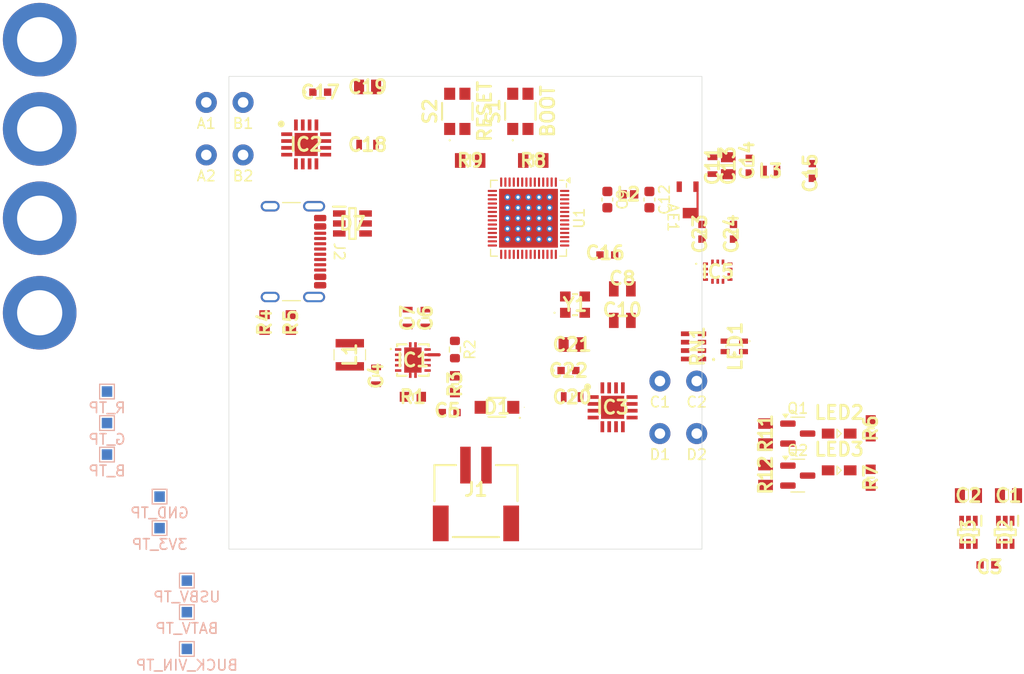
<source format=kicad_pcb>
(kicad_pcb (version 20241229) (generator "pcbnew") (generator_version "9.0")
  (layers (0 "F.Cu" signal) (4 "In1.Cu" power) (6 "In2.Cu" power) (2 "B.Cu" signal) (13 "F.Paste" user) (15 "B.Paste" user) (5 "F.SilkS" user "F.Silkscreen") (7 "B.SilkS" user "B.Silkscreen") (1 "F.Mask" user) (3 "B.Mask" user) (25 "Edge.Cuts" user))
  (net 0 "")
  (net 1 "/POWER/USBC_VBUS")
  (net 2 "/LEDS/USBC_ST")
  (net 3 "+BATT")
  (net 4 "Net-(IC1-EN)")
  (net 5 "Net-(U1-XTAL_N)")
  (net 6 "/ESP32/RGB.G")
  (net 7 "Net-(U1-LNA_IN{slash}RF)")
  (net 8 "/ESP32/RGB.B")
  (net 9 "/ESP32/RGB.R")
  (net 10 "Net-(U1-VDD3P3_CPU)")
  (net 13 "GND")
  (net 14 "/ESP32/D-")
  (net 15 "+3V3")
  (net 16 "/USBC/CC1")
  (net 17 "/LEDS/BAT_ST")
  (net 18 "/ESP32/D+")
  (net 19 "/USBC/CC2")
  (net 20 "/USBC/USB+")
  (net 21 "/USBC/USB-")
  (net 22 "Net-(IC1-FB)")
  (net 23 "Net-(IC1-L2)")
  (net 24 "Net-(IC1-L1)")
  (net 25 "VDD3P3")
  (net 26 "/ESP32/MD.BIN1")
  (net 27 "/ESP32/MD.BIN2")
  (net 28 "Net-(IC2-VCP)")
  (net 29 "/ESP32/MD.AIN1")
  (net 30 "/ESP32/MD.AIN2")
  (net 31 "Net-(IC2-VINT)")
  (net 32 "/ESP32/MD.DIN1")
  (net 33 "Net-(IC3-VCP)")
  (net 34 "/ESP32/MD.DIN2")
  (net 35 "Net-(IC3-VINT)")
  (net 36 "/ESP32/MD.CIN2")
  (net 37 "/ESP32/MD.CIN1")
  (net 38 "/ESP32/SPI.MOSI")
  (net 39 "/ESP32/SPI.SCK")
  (net 40 "/ESP32/INT1")
  (net 42 "/POWER/BUCK_VIN")
  (net 44 "/ESP32/SPI.MISO")
  (net 45 "/ESP32/IMU_CS")
  (net 48 "/ESP32/INT2")
  (net 51 "Net-(LED1-C_RED)")
  (net 52 "Net-(LED1-C_GREEN)")
  (net 53 "Net-(LED1-C_BLUE)")
  (net 54 "Net-(LED2-K)")
  (net 55 "Net-(LED2-A)")
  (net 56 "Net-(LED3-K)")
  (net 57 "Net-(LED3-A)")
  (net 58 "Net-(U1-XTAL_P)")
  (net 71 "GNDPWR")
  (net 85 "/MOTORS/NFAULT1")
  (net 87 "/MOTORS/NFAULT2")
  (net 90 "/ESP32/NFAULT1")
  (net 92 "/ESP32/NFAULT2")
  (net 95 "/ESP32/BOOT")
  (net 96 "/ESP32/RESET")
  (net 97 "/MOTORS/A2")
  (net 98 "/MOTORS/B1")
  (net 99 "/MOTORS/B2")
  (net 100 "/MOTORS/A1")
  (net 101 "/MOTORS/D2")
  (net 102 "/MOTORS/C2")
  (net 103 "/MOTORS/C1")
  (net 104 "/MOTORS/D1")
  (net 105 "Net-(AE1-FEED)")
  (footprint "SamacSys_Parts:CAPC1608X80N" (layer "F.Cu") (at 183.5 56 90)
    (property "Reference" "C11" (at 0 0 90) (layer "F.SilkS") (effects (font (size 1.27 1.27) (thickness 0.254))))
    (property "Value" "10u" (hide yes))
    (pad "1" smd rect (at -0.8 0 90) (size 0.54 0.94) (layers "F.Cu" "F.Mask" "F.Paste") (net 15 "+3V3"))
    (pad "2" smd rect (at 0.8 0 90) (size 0.54 0.94) (layers "F.Cu" "F.Mask" "F.Paste") (net 13 "GND"))
  )
  (footprint "SamacSys_Parts:FH4000074Z" (layer "F.Cu") (at 170.425 69.225)
    (property "Reference" "Y1" (at 0 0 0) (layer "F.SilkS") (effects (font (size 1.27 1.27) (thickness 0.254))))
    (property "Value" "FH4000074Z" (hide yes))
    (pad "1" smd rect (at -0.925 0.775 90) (size 0.95 1) (layers "F.Cu" "F.Mask" "F.Paste") (net 58 "Net-(U1-XTAL_P)"))
    (pad "2" smd rect (at 0.925 0.775 90) (size 0.95 1) (layers "F.Cu" "F.Mask" "F.Paste") (net 13 "GND"))
    (pad "3" smd rect (at 0.925 -0.775 90) (size 0.95 1) (layers "F.Cu" "F.Mask" "F.Paste") (net 5 "Net-(U1-XTAL_N)"))
    (pad "4" smd rect (at -0.925 -0.775 90) (size 0.95 1) (layers "F.Cu" "F.Mask" "F.Paste") (net 13 "GND"))
  )
  (footprint "SamacSys_Parts:CAPC2012X90N" (layer "F.Cu") (at 150.69 48.5)
    (property "Reference" "C19" (at 0 0 0) (layer "F.SilkS") (effects (font (size 1.27 1.27) (thickness 0.254))))
    (property "Value" "10n" (hide yes))
    (pad "1" smd rect (at -0.81 0) (size 0.96 1.39) (layers "F.Cu" "F.Mask" "F.Paste") (net 3 "+BATT"))
    (pad "2" smd rect (at 0.81 0) (size 0.96 1.39) (layers "F.Cu" "F.Mask" "F.Paste") (net 28 "Net-(IC2-VCP)"))
  )
  (footprint "SamacSys_Parts:CAPC2012X90N" (layer "F.Cu") (at 170.15 73.025)
    (property "Reference" "C21" (at 0 0 0) (layer "F.SilkS") (effects (font (size 1.27 1.27) (thickness 0.254))))
    (property "Value" "10n" (hide yes))
    (pad "1" smd rect (at -0.81 0) (size 0.96 1.39) (layers "F.Cu" "F.Mask" "F.Paste") (net 3 "+BATT"))
    (pad "2" smd rect (at 0.81 0) (size 0.96 1.39) (layers "F.Cu" "F.Mask" "F.Paste") (net 33 "Net-(IC3-VCP)"))
  )
  (footprint "SamacSys_Parts:MBASx168" (layer "F.Cu") (at 169.8 75.5)
    (property "Reference" "C22" (at 0 0 0) (layer "F.SilkS") (effects (font (size 1.27 1.27) (thickness 0.254))))
    (property "Value" "2u2" (hide yes))
    (pad "1" smd rect (at -0.7 0) (size 0.7 0.7) (layers "F.Cu" "F.Mask" "F.Paste") (net 13 "GND"))
    (pad "2" smd rect (at 0.7 0) (size 0.7 0.7) (layers "F.Cu" "F.Mask" "F.Paste") (net 35 "Net-(IC3-VINT)"))
  )
  (footprint "SamacSys_Parts:RESC2012X60N" (layer "F.Cu") (at 160.45 55.5 180)
    (property "Reference" "R9" (at 0 0 0) (layer "F.SilkS") (effects (font (size 1.27 1.27) (thickness 0.254))))
    (property "Value" "10k" (hide yes))
    (pad "1" smd rect (at -0.95 0 180) (size 1 1.4) (layers "F.Cu" "F.Mask" "F.Paste") (net 96 "/ESP32/RESET"))
    (pad "2" smd rect (at 0.95 0 180) (size 1 1.4) (layers "F.Cu" "F.Mask" "F.Paste") (net 13 "GND"))
  )
  (footprint "SamacSys_Parts:MountingHole_4.3mm_M4_ISO14580_Pad" (layer "F.Cu") (at 119.5 70)
    (property "Reference" "H5" (hide yes))
    (property "Value" "MountingHole_Pad" (hide yes))
    (pad "1" thru_hole circle (at 0 0) (size 7 7) (drill 4.3) (layers "*.Cu" "*.Mask") (net 13 "GND"))
  )
  (footprint "SamacSys_Parts:SOT95P280X145-6N" (layer "F.Cu") (at 149.25 61.5)
    (property "Reference" "D7" (at 0 0 0) (layer "F.SilkS") (effects (font (size 1.27 1.27) (thickness 0.254))))
    (property "Value" "USBLC6-4SC6Y" (hide yes))
    (pad "1" smd rect (at -1.25 -0.95 90) (size 0.6 1.2) (layers "F.Cu" "F.Mask" "F.Paste") (net 20 "/USBC/USB+"))
    (pad "2" smd rect (at -1.25 0 90) (size 0.6 1.2) (layers "F.Cu" "F.Mask" "F.Paste") (net 13 "GND"))
    (pad "3" smd rect (at -1.25 0.95 90) (size 0.6 1.2) (layers "F.Cu" "F.Mask" "F.Paste") (net 21 "/USBC/USB-"))
    (pad "4" smd rect (at 1.25 0.95 90) (size 0.6 1.2) (layers "F.Cu" "F.Mask" "F.Paste") (net 18 "/ESP32/D+"))
    (pad "5" smd rect (at 1.25 0 90) (size 0.6 1.2) (layers "F.Cu" "F.Mask" "F.Paste") (net 1 "/POWER/USBC_VBUS"))
    (pad "6" smd rect (at 1.25 -0.95 90) (size 0.6 1.2) (layers "F.Cu" "F.Mask" "F.Paste") (net 14 "/ESP32/D-"))
  )
  (footprint "Package_TO_SOT_SMD:SOT-23" (layer "F.Cu") (at 191.6125 81.5)
    (property "Reference" "Q1" (at 0 -2.4 0) (layer "F.SilkS"))
    (property "Value" "IRLML6402TRPBF")
    (pad "1" smd roundrect (at -0.9375 -0.95) (size 1.475 0.6) (layers "F.Cu" "F.Mask" "F.Paste") (net 17 "/LEDS/BAT_ST"))
    (pad "2" smd roundrect (at -0.9375 0.95) (size 1.475 0.6) (layers "F.Cu" "F.Mask" "F.Paste") (net 15 "+3V3"))
    (pad "3" smd roundrect (at 0.9375 0) (size 1.475 0.6) (layers "F.Cu" "F.Mask" "F.Paste") (net 55 "Net-(LED2-A)"))
  )
  (footprint "SamacSys_Parts:RESC1608X55N" (layer "F.Cu") (at 155 78)
    (property "Reference" "R1" (at 0 0 0) (layer "F.SilkS") (effects (font (size 1.27 1.27) (thickness 0.254))))
    (property "Value" "100" (hide yes))
    (pad "1" smd rect (at -0.8 0) (size 0.9 0.95) (layers "F.Cu" "F.Mask" "F.Paste") (net 42 "/POWER/BUCK_VIN"))
    (pad "2" smd rect (at 0.8 0) (size 0.9 0.95) (layers "F.Cu" "F.Mask" "F.Paste") (net 4 "Net-(IC1-EN)"))
  )
  (footprint "SamacSys_Parts:WE-KI_0603A30" (layer "F.Cu") (at 189 56.5)
    (property "Reference" "L3" (at 0 0 0) (layer "F.SilkS") (effects (font (size 1.27 1.27) (thickness 0.254))))
    (property "Value" "2nH" (hide yes))
    (pad "1" smd rect (at -0.6375 0) (size 0.625 1) (layers "F.Cu" "F.Mask" "F.Paste") (net 15 "+3V3"))
    (pad "2" smd rect (at 0.6375 0) (size 0.625 1) (layers "F.Cu" "F.Mask" "F.Paste") (net 25 "VDD3P3"))
  )
  (footprint "SamacSys_Parts:QFN65P400X400X80-17N-D" (layer "F.Cu") (at 144.85 53.975)
    (property "Reference" "IC2" (at 0 0 0) (layer "F.SilkS") (effects (font (size 1.27 1.27) (thickness 0.254))))
    (property "Value" "DRV8833RTYR" (hide yes))
    (pad "1" smd rect (at -1.85 -0.975 90) (size 0.35 1.05) (layers "F.Cu" "F.Mask" "F.Paste") (net 13 "GND"))
    (pad "2" smd rect (at -1.85 -0.325 90) (size 0.35 1.05) (layers "F.Cu" "F.Mask" "F.Paste") (net 97 "/MOTORS/A2"))
    (pad "3" smd rect (at -1.85 0.325 90) (size 0.35 1.05) (layers "F.Cu" "F.Mask" "F.Paste") (net 99 "/MOTORS/B2"))
    (pad "4" smd rect (at -1.85 0.975 90) (size 0.35 1.05) (layers "F.Cu" "F.Mask" "F.Paste") (net 13 "GND"))
    (pad "5" smd rect (at -0.975 1.85) (size 0.35 1.05) (layers "F.Cu" "F.Mask" "F.Paste") (net 98 "/MOTORS/B1"))
    (pad "6" smd rect (at -0.325 1.85) (size 0.35 1.05) (layers "F.Cu" "F.Mask" "F.Paste") (net 85 "/MOTORS/NFAULT1"))
    (pad "7" smd rect (at 0.325 1.85) (size 0.35 1.05) (layers "F.Cu" "F.Mask" "F.Paste") (net 26 "/ESP32/MD.BIN1"))
    (pad "8" smd rect (at 0.975 1.85) (size 0.35 1.05) (layers "F.Cu" "F.Mask" "F.Paste") (net 27 "/ESP32/MD.BIN2"))
    (pad "9" smd rect (at 1.85 0.975 90) (size 0.35 1.05) (layers "F.Cu" "F.Mask" "F.Paste") (net 28 "Net-(IC2-VCP)"))
    (pad "10" smd rect (at 1.85 0.325 90) (size 0.35 1.05) (layers "F.Cu" "F.Mask" "F.Paste") (net 3 "+BATT"))
    (pad "11" smd rect (at 1.85 -0.325 90) (size 0.35 1.05) (layers "F.Cu" "F.Mask" "F.Paste") (net 13 "GND"))
    (pad "12" smd rect (at 1.85 -0.975 90) (size 0.35 1.05) (layers "F.Cu" "F.Mask" "F.Paste") (net 31 "Net-(IC2-VINT)"))
    (pad "13" smd rect (at 0.975 -1.85) (size 0.35 1.05) (layers "F.Cu" "F.Mask" "F.Paste") (net 30 "/ESP32/MD.AIN2"))
    (pad "14" smd rect (at 0.325 -1.85) (size 0.35 1.05) (layers "F.Cu" "F.Mask" "F.Paste") (net 29 "/ESP32/MD.AIN1"))
    (pad "15" smd rect (at -0.325 -1.85) (size 0.35 1.05) (layers "F.Cu" "F.Mask" "F.Paste"))
    (pad "16" smd rect (at -0.975 -1.85) (size 0.35 1.05) (layers "F.Cu" "F.Mask" "F.Paste") (net 100 "/MOTORS/A1"))
    (pad "17" smd rect (at 0 0) (size 2.2 2.2) (layers "F.Cu" "F.Mask" "F.Paste") (net 13 "GND"))
  )
  (footprint "Capacitor_SMD:C_0603_1608Metric" (layer "F.Cu") (at 173.5 59.225 -90)
    (property "Reference" "C9" (at 0 -1.43 90) (layer "F.SilkS"))
    (property "Value" "1p8")
    (pad "1" smd roundrect (at -0.775 0 270) (size 0.9 0.95) (layers "F.Cu" "F.Mask" "F.Paste") (net 105 "Net-(AE1-FEED)"))
    (pad "2" smd roundrect (at 0.775 0 270) (size 0.9 0.95) (layers "F.Cu" "F.Mask" "F.Paste") (net 13 "GND"))
  )
  (footprint "SamacSys_Parts:1769" (layer "F.Cu") (at 161 84.5)
    (property "Reference" "J1" (at 0 2.321 0) (layer "F.SilkS") (effects (font (size 1.27 1.27) (thickness 0.254))))
    (property "Value" "1769" (hide yes))
    (pad "1" smd rect (at -1 0) (size 1 3.5) (layers "F.Cu" "F.Mask" "F.Paste") (net 3 "+BATT"))
    (pad "2" smd rect (at 1 0) (size 1 3.5) (layers "F.Cu" "F.Mask" "F.Paste") (net 13 "GND"))
    (pad "3" smd rect (at -3.35 5.55) (size 1.5 3.4) (layers "F.Cu" "F.Mask" "F.Paste") (net 13 "GND"))
    (pad "4" smd rect (at 3.35 5.55) (size 1.5 3.4) (layers "F.Cu" "F.Mask" "F.Paste") (net 13 "GND"))
  )
  (footprint "SamacSys_Parts:TL1030AF500AQJ" (layer "F.Cu") (at 159.225 50.825 90)
    (property "Reference" "S2" (at 0 -2.6 90) (layer "F.SilkS") (effects (font (size 1.27 1.27) (thickness 0.254))))
    (property "Value" "RESET" (at 0 2.6 90) (layer "F.SilkS") (effects (font (size 1.27 1.27) (thickness 0.254))))
    (pad "1" smd rect (at -1.675 -0.725 180) (size 1.05 1.15) (layers "F.Cu" "F.Mask" "F.Paste") (net 96 "/ESP32/RESET"))
    (pad "1" smd rect (at -1.675 0.725 180) (size 1.05 1.15) (layers "F.Cu" "F.Mask" "F.Paste") (net 96 "/ESP32/RESET"))
    (pad "2" smd rect (at 1.675 -0.725 180) (size 1.05 1.15) (layers "F.Cu" "F.Mask" "F.Paste") (net 15 "+3V3"))
    (pad "2" smd rect (at 1.675 0.725 180) (size 1.05 1.15) (layers "F.Cu" "F.Mask" "F.Paste") (net 15 "+3V3"))
  )
  (footprint "SamacSys_Parts:Motor solder point" (layer "F.Cu") (at 138.85 49.975)
    (property "Reference" "TP11")
    (property "Value" "B1" (at 0 2 0) (layer "F.SilkS"))
    (pad "1" thru_hole circle (at 0 0) (size 2 2) (drill 1) (layers "*.Cu" "*.Mask") (net 98 "/MOTORS/B1"))
  )
  (footprint "SamacSys_Parts:CAPC2012X135N" (layer "F.Cu") (at 211.66 87.4 180)
    (property "Reference" "C1" (at 0 0 0) (layer "F.SilkS") (effects (font (size 1.27 1.27) (thickness 0.254))))
    (property "Value" "1u" (hide yes))
    (pad "1" smd rect (at -0.81 0 180) (size 0.96 1.39) (layers "F.Cu" "F.Mask" "F.Paste") (net 1 "/POWER/USBC_VBUS"))
    (pad "2" smd rect (at 0.81 0 180) (size 0.96 1.39) (layers "F.Cu" "F.Mask" "F.Paste") (net 13 "GND"))
  )
  (footprint "SamacSys_Parts:MAJx16" (layer "F.Cu") (at 193 56.5 90)
    (property "Reference" "C15" (at -0.2 -0.2 90) (layer "F.SilkS") (effects (font (size 1.27 1.27) (thickness 0.254))))
    (property "Value" "u1" (hide yes))
    (pad "1" smd rect (at -0.7 0 90) (size 0.7 0.7) (layers "F.Cu" "F.Mask" "F.Paste") (net 25 "VDD3P3"))
    (pad "2" smd rect (at 0.7 0 90) (size 0.7 0.7) (layers "F.Cu" "F.Mask" "F.Paste") (net 13 "GND"))
  )
  (footprint "SamacSys_Parts:CAPC2012X135N" (layer "F.Cu") (at 207.85 87.4 180)
    (property "Reference" "C2" (at 0 0 0) (layer "F.SilkS") (effects (font (size 1.27 1.27) (thickness 0.254))))
    (property "Value" "1u" (hide yes))
    (pad "1" smd rect (at -0.81 0 180) (size 0.96 1.39) (layers "F.Cu" "F.Mask" "F.Paste") (net 3 "+BATT"))
    (pad "2" smd rect (at 0.81 0 180) (size 0.96 1.39) (layers "F.Cu" "F.Mask" "F.Paste") (net 13 "GND"))
  )
  (footprint "SamacSys_Parts:Motor solder point" (layer "F.Cu") (at 138.85 54.975)
    (property "Reference" "TP12")
    (property "Value" "B2" (at 0 2 0) (layer "F.SilkS"))
    (pad "1" thru_hole circle (at 0 0) (size 2 2) (drill 1) (layers "*.Cu" "*.Mask") (net 99 "/MOTORS/B2"))
  )
  (footprint "SamacSys_Parts:CAPC2013X94N" (layer "F.Cu") (at 174.925 67.725)
    (property "Reference" "C8" (at 0 -1 0) (layer "F.SilkS") (effects (font (size 1.27 1.27) (thickness 0.254))))
    (property "Value" "10p" (hide yes))
    (pad "1" smd rect (at -0.8128 0) (size 0.9144 1.4478) (layers "F.Cu" "F.Mask" "F.Paste") (net 5 "Net-(U1-XTAL_N)"))
    (pad "2" smd rect (at 0.8128 0) (size 0.9144 1.4478) (layers "F.Cu" "F.Mask" "F.Paste") (net 13 "GND"))
  )
  (footprint "SamacSys_Parts:SOP65P210X110-6N" (layer "F.Cu") (at 211.35 90.9 -90)
    (property "Reference" "D2" (at 0 0 90) (layer "F.SilkS") (effects (font (size 1.27 1.27) (thickness 0.254))))
    (property "Value" "LM66100DCKR" (hide yes))
    (pad "1" smd rect (at -1.1 -0.65) (size 0.45 0.95) (layers "F.Cu" "F.Mask" "F.Paste") (net 1 "/POWER/USBC_VBUS"))
    (pad "2" smd rect (at -1.1 0) (size 0.45 0.95) (layers "F.Cu" "F.Mask" "F.Paste") (net 13 "GND"))
    (pad "3" smd rect (at -1.1 0.65) (size 0.45 0.95) (layers "F.Cu" "F.Mask" "F.Paste") (net 3 "+BATT"))
    (pad "4" smd rect (at 1.1 0.65) (size 0.45 0.95) (layers "F.Cu" "F.Mask" "F.Paste"))
    (pad "5" smd rect (at 1.1 0) (size 0.45 0.95) (layers "F.Cu" "F.Mask" "F.Paste") (net 2 "/LEDS/USBC_ST"))
    (pad "6" smd rect (at 1.1 -0.65) (size 0.45 0.95) (layers "F.Cu" "F.Mask" "F.Paste") (net 42 "/POWER/BUCK_VIN"))
  )
  (footprint "SamacSys_Parts:RESC2012X60N" (layer "F.Cu") (at 166.45 55.5)
    (property "Reference" "R8" (at 0 0 0) (layer "F.SilkS") (effects (font (size 1.27 1.27) (thickness 0.254))))
    (property "Value" "10k" (hide yes))
    (pad "1" smd rect (at -0.95 0) (size 1 1.4) (layers "F.Cu" "F.Mask" "F.Paste") (net 95 "/ESP32/BOOT"))
    (pad "2" smd rect (at 0.95 0) (size 1 1.4) (layers "F.Cu" "F.Mask" "F.Paste") (net 13 "GND"))
  )
  (footprint "SamacSys_Parts:MAJx16" (layer "F.Cu") (at 187 56 90)
    (property "Reference" "C14" (at 0.5 -0.2 90) (layer "F.SilkS") (effects (font (size 1.27 1.27) (thickness 0.254))))
    (property "Value" "u1" (hide yes))
    (pad "1" smd rect (at -0.7 0 90) (size 0.7 0.7) (layers "F.Cu" "F.Mask" "F.Paste") (net 15 "+3V3"))
    (pad "2" smd rect (at 0.7 0 90) (size 0.7 0.7) (layers "F.Cu" "F.Mask" "F.Paste") (net 13 "GND"))
  )
  (footprint "SamacSys_Parts:RESC1608X50N" (layer "F.Cu") (at 140.895 70.93 90)
    (property "Reference" "R4" (at 0 0 90) (layer "F.SilkS") (effects (font (size 1.27 1.27) (thickness 0.254))))
    (property "Value" "5k1" (hide yes))
    (pad "1" smd rect (at -0.75 0 90) (size 0.85 1) (layers "F.Cu" "F.Mask" "F.Paste") (net 16 "/USBC/CC1"))
    (pad "2" smd rect (at 0.75 0 90) (size 0.85 1) (layers "F.Cu" "F.Mask" "F.Paste") (net 13 "GND"))
  )
  (footprint "SamacSys_Parts:CAPC1608X80N" (layer "F.Cu") (at 156.2 70.5 -90)
    (property "Reference" "C6" (at 0 0 90) (layer "F.SilkS") (effects (font (size 1.27 1.27) (thickness 0.254))))
    (property "Value" "10u" (hide yes))
    (pad "1" smd rect (at -0.8 0 270) (size 0.54 0.94) (layers "F.Cu" "F.Mask" "F.Paste") (net 15 "+3V3"))
    (pad "2" smd rect (at 0.8 0 270) (size 0.54 0.94) (layers "F.Cu" "F.Mask" "F.Paste") (net 71 "GNDPWR"))
  )
  (footprint "SamacSys_Parts:MAJx16" (layer "F.Cu") (at 173.5 64.5)
    (property "Reference" "C16" (at -0.2 -0.2 0) (layer "F.SilkS") (effects (font (size 1.27 1.27) (thickness 0.254))))
    (property "Value" "u1" (hide yes))
    (pad "1" smd rect (at -0.7 0) (size 0.7 0.7) (layers "F.Cu" "F.Mask" "F.Paste") (net 15 "+3V3"))
    (pad "2" smd rect (at 0.7 0) (size 0.7 0.7) (layers "F.Cu" "F.Mask" "F.Paste") (net 10 "Net-(U1-VDD3P3_CPU)"))
  )
  (footprint "SamacSys_Parts:TL1030AF500AQJ" (layer "F.Cu") (at 165.225 50.825 90)
    (property "Reference" "S1" (at 0 -2.6 90) (layer "F.SilkS") (effects (font (size 1.27 1.27) (thickness 0.254))))
    (property "Value" "BOOT" (at 0 2.6 90) (layer "F.SilkS") (effects (font (size 1.27 1.27) (thickness 0.254))))
    (pad "1" smd rect (at -1.675 -0.725 180) (size 1.05 1.15) (layers "F.Cu" "F.Mask" "F.Paste") (net 95 "/ESP32/BOOT"))
    (pad "1" smd rect (at -1.675 0.725 180) (size 1.05 1.15) (layers "F.Cu" "F.Mask" "F.Paste") (net 95 "/ESP32/BOOT"))
    (pad "2" smd rect (at 1.675 -0.725 180) (size 1.05 1.15) (layers "F.Cu" "F.Mask" "F.Paste") (net 15 "+3V3"))
    (pad "2" smd rect (at 1.675 0.725 180) (size 1.05 1.15) (layers "F.Cu" "F.Mask" "F.Paste") (net 15 "+3V3"))
  )
  (footprint "SamacSys_Parts:Motor solder point" (layer "F.Cu") (at 178.5 76.5)
    (property "Reference" "TP13")
    (property "Value" "C1" (at 0 2 0) (layer "F.SilkS"))
    (pad "1" thru_hole circle (at 0 0) (size 2 2) (drill 1) (layers "*.Cu" "*.Mask") (net 103 "/MOTORS/C1"))
  )
  (footprint "SamacSys_Parts:RESC1608X55N" (layer "F.Cu") (at 198.55 85.7 -90)
    (property "Reference" "R7" (at 0 0 90) (layer "F.SilkS") (effects (font (size 1.27 1.27) (thickness 0.254))))
    (property "Value" "100" (hide yes))
    (pad "1" smd rect (at -0.8 0 270) (size 0.9 0.95) (layers "F.Cu" "F.Mask" "F.Paste") (net 56 "Net-(LED3-K)"))
    (pad "2" smd rect (at 0.8 0 270) (size 0.9 0.95) (layers "F.Cu" "F.Mask" "F.Paste") (net 13 "GND"))
  )
  (footprint "SamacSys_Parts:SOP65P210X110-6N" (layer "F.Cu") (at 207.85 90.9 -90)
    (property "Reference" "D3" (at 0 0 90) (layer "F.SilkS") (effects (font (size 1.27 1.27) (thickness 0.254))))
    (property "Value" "LM66100DCKR" (hide yes))
    (pad "1" smd rect (at -1.1 -0.65) (size 0.45 0.95) (layers "F.Cu" "F.Mask" "F.Paste") (net 3 "+BATT"))
    (pad "2" smd rect (at -1.1 0) (size 0.45 0.95) (layers "F.Cu" "F.Mask" "F.Paste") (net 13 "GND"))
    (pad "3" smd rect (at -1.1 0.65) (size 0.45 0.95) (layers "F.Cu" "F.Mask" "F.Paste") (net 1 "/POWER/USBC_VBUS"))
    (pad "4" smd rect (at 1.1 0.65) (size 0.45 0.95) (layers "F.Cu" "F.Mask" "F.Paste"))
    (pad "5" smd rect (at 1.1 0) (size 0.45 0.95) (layers "F.Cu" "F.Mask" "F.Paste") (net 17 "/LEDS/BAT_ST"))
    (pad "6" smd rect (at 1.1 -0.65) (size 0.45 0.95) (layers "F.Cu" "F.Mask" "F.Paste") (net 42 "/POWER/BUCK_VIN"))
  )
  (footprint "SamacSys_Parts:CAPC1608X80N" (layer "F.Cu") (at 154.5 70.5 -90)
    (property "Reference" "C7" (at 0 0 90) (layer "F.SilkS") (effects (font (size 1.27 1.27) (thickness 0.254))))
    (property "Value" "10u" (hide yes))
    (pad "1" smd rect (at -0.8 0 270) (size 0.54 0.94) (layers "F.Cu" "F.Mask" "F.Paste") (net 15 "+3V3"))
    (pad "2" smd rect (at 0.8 0 270) (size 0.54 0.94) (layers "F.Cu" "F.Mask" "F.Paste") (net 71 "GNDPWR"))
  )
  (footprint "SamacSys_Parts:AANI-CH-0133" (layer "F.Cu") (at 180.5 60 -90)
    (property "Reference" "AE1" (at 0.94 0.75 270) (layer "F.SilkS"))
    (property "Value" "Antenna_Chip")
    (fp_rect (start 0.01 -1.67) (end 1.01 -0.17) (fill yes) (layer "F.Cu"))
    (fp_rect (start -1.5 -1.68) (end 1.01 -1.48) (fill yes) (layer "F.Cu"))
    (pad "1" smd rect (at -2 0.16 270) (size 1 0.5) (layers "F.Cu" "F.Mask" "F.Paste") (net 105 "Net-(AE1-FEED)"))
    (pad "2" smd rect (at -2 -1.43 270) (size 1 0.5) (layers "F.Cu" "F.Mask" "F.Paste"))
  )
  (footprint "SamacSys_Parts:Motor solder point" (layer "F.Cu") (at 182 81.5)
    (property "Reference" "TP16")
    (property "Value" "D2" (at 0 2 0) (layer "F.SilkS"))
    (pad "1" thru_hole circle (at 0 0) (size 2 2) (drill 1) (layers "*.Cu" "*.Mask") (net 101 "/MOTORS/D2"))
  )
  (footprint "SamacSys_Parts:SM0605RGB" (layer "F.Cu") (at 185.575 73.2 90)
    (property "Reference" "LED1" (at 0 0.1 90) (layer "F.SilkS") (effects (font (size 1.27 1.27) (thickness 0.254))))
    (property "Value" "SM0605RGB" (hide yes))
    (pad "1" smd rect (at 0.5 0.875 90) (size 0.5 0.85) (layers "F.Cu" "F.Mask" "F.Paste") (net 15 "+3V3"))
    (pad "2" smd rect (at 0.5 -0.875 90) (size 0.5 0.85) (layers "F.Cu" "F.Mask" "F.Paste") (net 53 "Net-(LED1-C_BLUE)"))
    (pad "3" smd rect (at -0.5 0.875 90) (size 0.5 0.85) (layers "F.Cu" "F.Mask" "F.Paste") (net 51 "Net-(LED1-C_RED)"))
    (pad "4" smd rect (at -0.5 -0.875 90) (size 0.5 0.85) (layers "F.Cu" "F.Mask" "F.Paste") (net 52 "Net-(LED1-C_GREEN)"))
  )
  (footprint "SamacSys_Parts:CAPC1608X80N" (layer "F.Cu") (at 150.69 54)
    (property "Reference" "C18" (at 0 0 0) (layer "F.SilkS") (effects (font (size 1.27 1.27) (thickness 0.254))))
    (property "Value" "10u" (hide yes))
    (pad "1" smd rect (at -0.8 0) (size 0.54 0.94) (layers "F.Cu" "F.Mask" "F.Paste") (net 3 "+BATT"))
    (pad "2" smd rect (at 0.8 0) (size 0.54 0.94) (layers "F.Cu" "F.Mask" "F.Paste") (net 13 "GND"))
  )
  (footprint "SamacSys_Parts:MAJx16" (layer "F.Cu") (at 185.5 62.287 90)
    (property "Reference" "C24" (at -0.2 -0.2 90) (layer "F.SilkS") (effects (font (size 1.27 1.27) (thickness 0.254))))
    (property "Value" "u1" (hide yes))
    (pad "1" smd rect (at -0.7 0 90) (size 0.7 0.7) (layers "F.Cu" "F.Mask" "F.Paste") (net 15 "+3V3"))
    (pad "2" smd rect (at 0.7 0 90) (size 0.7 0.7) (layers "F.Cu" "F.Mask" "F.Paste") (net 13 "GND"))
  )
  (footprint "Capacitor_SMD:C_0603_1608Metric" (layer "F.Cu") (at 177.5 59.225 -90)
    (property "Reference" "C12" (at 0 -1.43 90) (layer "F.SilkS"))
    (property "Value" "1p8")
    (pad "1" smd roundrect (at -0.775 0 270) (size 0.9 0.95) (layers "F.Cu" "F.Mask" "F.Paste") (net 7 "Net-(U1-LNA_IN{slash}RF)"))
    (pad "2" smd roundrect (at 0.775 0 270) (size 0.9 0.95) (layers "F.Cu" "F.Mask" "F.Paste") (net 13 "GND"))
  )
  (footprint "SamacSys_Parts:CAPC1608X80N" (layer "F.Cu") (at 151.5 76 -90)
    (property "Reference" "C4" (at 0 0 90) (layer "F.SilkS") (effects (font (size 1.27 1.27) (thickness 0.254))))
    (property "Value" "10u" (hide yes))
    (pad "1" smd rect (at -0.8 0 270) (size 0.54 0.94) (layers "F.Cu" "F.Mask" "F.Paste") (net 42 "/POWER/BUCK_VIN"))
    (pad "2" smd rect (at 0.8 0 270) (size 0.54 0.94) (layers "F.Cu" "F.Mask" "F.Paste") (net 71 "GNDPWR"))
  )
  (footprint "SamacSys_Parts:CAPC2013X94N" (layer "F.Cu") (at 174.925 70.725)
    (property "Reference" "C10" (at 0 -1 0) (layer "F.SilkS") (effects (font (size 1.27 1.27) (thickness 0.254))))
    (property "Value" "10p" (hide yes))
    (pad "1" smd rect (at -0.8128 0) (size 0.9144 1.4478) (layers "F.Cu" "F.Mask" "F.Paste") (net 58 "Net-(U1-XTAL_P)"))
    (pad "2" smd rect (at 0.8128 0) (size 0.9144 1.4478) (layers "F.Cu" "F.Mask" "F.Paste") (net 13 "GND"))
  )
  (footprint "SamacSys_Parts:LEDM2214X140N" (layer "F.Cu") (at 195.55 85 180)
    (property "Reference" "LED3" (at 0 2 0) (layer "F.SilkS") (effects (font (size 1.27 1.27) (thickness 0.254))))
    (property "Value" "LO_M676-Q2S1-24-Z" (hide yes))
    (pad "1" smd rect (at -1.05 0 270) (size 0.95 1.2) (layers "F.Cu" "F.Mask" "F.Paste") (net 56 "Net-(LED3-K)"))
    (pad "2" smd rect (at 1.05 0 270) (size 0.95 1.2) (layers "F.Cu" "F.Mask" "F.Paste") (net 57 "Net-(LED3-A)"))
  )
  (footprint "Package_DFN_QFN:QFN-56-1EP_7x7mm_P0.4mm_EP5.6x5.6mm" (layer "F.Cu") (at 166 61 -90)
    (property "Reference" "U1" (at 0 -4.83 90) (layer "F.SilkS"))
    (property "Value" "ESP32-S3")
    (pad "1" smd roundrect (at -3.4375 -2.6 270) (size 0.875 0.2) (layers "F.Cu" "F.Mask" "F.Paste") (net 7 "Net-(U1-LNA_IN{slash}RF)"))
    (pad "2" smd roundrect (at -3.4375 -2.2 270) (size 0.875 0.2) (layers "F.Cu" "F.Mask" "F.Paste") (net 25 "VDD3P3"))
    (pad "3" smd roundrect (at -3.4375 -1.8 270) (size 0.875 0.2) (layers "F.Cu" "F.Mask" "F.Paste") (net 25 "VDD3P3"))
    (pad "4" smd roundrect (at -3.4375 -1.4 270) (size 0.875 0.2) (layers "F.Cu" "F.Mask" "F.Paste") (net 96 "/ESP32/RESET"))
    (pad "5" smd roundrect (at -3.4375 -1 270) (size 0.875 0.2) (layers "F.Cu" "F.Mask" "F.Paste") (net 95 "/ESP32/BOOT"))
    (pad "6" smd roundrect (at -3.4375 -0.6 270) (size 0.875 0.2) (layers "F.Cu" "F.Mask" "F.Paste"))
    (pad "7" smd roundrect (at -3.4375 -0.2 270) (size 0.875 0.2) (layers "F.Cu" "F.Mask" "F.Paste") (net 29 "/ESP32/MD.AIN1"))
    (pad "8" smd roundrect (at -3.4375 0.2 270) (size 0.875 0.2) (layers "F.Cu" "F.Mask" "F.Paste"))
    (pad "9" smd roundrect (at -3.4375 0.6 270) (size 0.875 0.2) (layers "F.Cu" "F.Mask" "F.Paste") (net 30 "/ESP32/MD.AIN2"))
    (pad "10" smd roundrect (at -3.4375 1 270) (size 0.875 0.2) (layers "F.Cu" "F.Mask" "F.Paste") (net 26 "/ESP32/MD.BIN1"))
    (pad "11" smd roundrect (at -3.4375 1.4 270) (size 0.875 0.2) (layers "F.Cu" "F.Mask" "F.Paste") (net 27 "/ESP32/MD.BIN2"))
    (pad "12" smd roundrect (at -3.4375 1.8 270) (size 0.875 0.2) (layers "F.Cu" "F.Mask" "F.Paste") (net 37 "/ESP32/MD.CIN1"))
    (pad "13" smd roundrect (at -3.4375 2.2 270) (size 0.875 0.2) (layers "F.Cu" "F.Mask" "F.Paste") (net 36 "/ESP32/MD.CIN2"))
    (pad "14" smd roundrect (at -3.4375 2.6 270) (size 0.875 0.2) (layers "F.Cu" "F.Mask" "F.Paste") (net 32 "/ESP32/MD.DIN1"))
    (pad "15" smd roundrect (at -2.6 3.4375 270) (size 0.2 0.875) (layers "F.Cu" "F.Mask" "F.Paste") (net 34 "/ESP32/MD.DIN2"))
    (pad "16" smd roundrect (at -2.2 3.4375 270) (size 0.2 0.875) (layers "F.Cu" "F.Mask" "F.Paste") (net 45 "/ESP32/IMU_CS"))
    (pad "17" smd roundrect (at -1.8 3.4375 270) (size 0.2 0.875) (layers "F.Cu" "F.Mask" "F.Paste") (net 44 "/ESP32/SPI.MISO"))
    (pad "18" smd roundrect (at -1.4 3.4375 270) (size 0.2 0.875) (layers "F.Cu" "F.Mask" "F.Paste") (net 38 "/ESP32/SPI.MOSI"))
    (pad "19" smd roundrect (at -1 3.4375 270) (size 0.2 0.875) (layers "F.Cu" "F.Mask" "F.Paste") (net 39 "/ESP32/SPI.SCK"))
    (pad "20" smd roundrect (at -0.6 3.4375 270) (size 0.2 0.875) (layers "F.Cu" "F.Mask" "F.Paste") (net 15 "+3V3"))
    (pad "21" smd roundrect (at -0.2 3.4375 270) (size 0.2 0.875) (layers "F.Cu" "F.Mask" "F.Paste"))
    (pad "22" smd roundrect (at 0.2 3.4375 270) (size 0.2 0.875) (layers "F.Cu" "F.Mask" "F.Paste"))
    (pad "23" smd roundrect (at 0.6 3.4375 270) (size 0.2 0.875) (layers "F.Cu" "F.Mask" "F.Paste") (net 40 "/ESP32/INT1"))
    (pad "24" smd roundrect (at 1 3.4375 270) (size 0.2 0.875) (layers "F.Cu" "F.Mask" "F.Paste") (net 48 "/ESP32/INT2"))
    (pad "25" smd roundrect (at 1.4 3.4375 270) (size 0.2 0.875) (layers "F.Cu" "F.Mask" "F.Paste") (net 14 "/ESP32/D-"))
    (pad "26" smd roundrect (at 1.8 3.4375 270) (size 0.2 0.875) (layers "F.Cu" "F.Mask" "F.Paste") (net 18 "/ESP32/D+"))
    (pad "27" smd roundrect (at 2.2 3.4375 270) (size 0.2 0.875) (layers "F.Cu" "F.Mask" "F.Paste") (net 90 "/ESP32/NFAULT1"))
    (pad "28" smd roundrect (at 2.6 3.4375 270) (size 0.2 0.875) (layers "F.Cu" "F.Mask" "F.Paste"))
    (pad "29" smd roundrect (at 3.4375 2.6 270) (size 0.875 0.2) (layers "F.Cu" "F.Mask" "F.Paste"))
    (pad "30" smd roundrect (at 3.4375 2.2 270) (size 0.875 0.2) (layers "F.Cu" "F.Mask" "F.Paste"))
    (pad "31" smd roundrect (at 3.4375 1.8 270) (size 0.875 0.2) (layers "F.Cu" "F.Mask" "F.Paste"))
    (pad "32" smd roundrect (at 3.4375 1.4 270) (size 0.875 0.2) (layers "F.Cu" "F.Mask" "F.Paste"))
    (pad "33" smd roundrect (at 3.4375 1 270) (size 0.875 0.2) (layers "F.Cu" "F.Mask" "F.Paste"))
    (pad "34" smd roundrect (at 3.4375 0.6 270) (size 0.875 0.2) (layers "F.Cu" "F.Mask" "F.Paste"))
    (pad "35" smd roundrect (at 3.4375 0.2 270) (size 0.875 0.2) (layers "F.Cu" "F.Mask" "F.Paste"))
    (pad "36" smd roundrect (at 3.4375 -0.2 270) (size 0.875 0.2) (layers "F.Cu" "F.Mask" "F.Paste"))
    (pad "37" smd roundrect (at 3.4375 -0.6 270) (size 0.875 0.2) (layers "F.Cu" "F.Mask" "F.Paste"))
    (pad "38" smd roundrect (at 3.4375 -1 270) (size 0.875 0.2) (layers "F.Cu" "F.Mask" "F.Paste"))
    (pad "39" smd roundrect (at 3.4375 -1.4 270) (size 0.875 0.2) (layers "F.Cu" "F.Mask" "F.Paste"))
    (pad "40" smd roundrect (at 3.4375 -1.8 270) (size 0.875 0.2) (layers "F.Cu" "F.Mask" "F.Paste"))
    (pad "41" smd roundrect (at 3.4375 -2.2 270) (size 0.875 0.2) (layers "F.Cu" "F.Mask" "F.Paste"))
    (pad "42" smd roundrect (at 3.4375 -2.6 270) (size 0.875 0.2) (layers "F.Cu" "F.Mask" "F.Paste"))
    (pad "43" smd roundrect (at 2.6 -3.4375 270) (size 0.2 0.875) (layers "F.Cu" "F.Mask" "F.Paste") (net 92 "/ESP32/NFAULT2"))
    (pad "44" smd roundrect (at 2.2 -3.4375 270) (size 0.2 0.875) (layers "F.Cu" "F.Mask" "F.Paste"))
    (pad "45" smd roundrect (at 1.8 -3.4375 270) (size 0.2 0.875) (layers "F.Cu" "F.Mask" "F.Paste"))
    (pad "46" smd roundrect (at 1.4 -3.4375 270) (size 0.2 0.875) (layers "F.Cu" "F.Mask" "F.Paste") (net 10 "Net-(U1-VDD3P3_CPU)"))
    (pad "47" smd roundrect (at 1 -3.4375 270) (size 0.2 0.875) (layers "F.Cu" "F.Mask" "F.Paste"))
    (pad "48" smd roundrect (at 0.6 -3.4375 270) (size 0.2 0.875) (layers "F.Cu" "F.Mask" "F.Paste"))
    (pad "49" smd roundrect (at 0.2 -3.4375 270) (size 0.2 0.875) (layers "F.Cu" "F.Mask" "F.Paste"))
    (pad "50" smd roundrect (at -0.2 -3.4375 270) (size 0.2 0.875) (layers "F.Cu" "F.Mask" "F.Paste"))
    (pad "51" smd roundrect (at -0.6 -3.4375 270) (size 0.2 0.875) (layers "F.Cu" "F.Mask" "F.Paste"))
    (pad "52" smd roundrect (at -1 -3.4375 270) (size 0.2 0.875) (layers "F.Cu" "F.Mask" "F.Paste"))
    (pad "53" smd roundrect (at -1.4 -3.4375 270) (size 0.2 0.875) (layers "F.Cu" "F.Mask" "F.Paste") (net 5 "Net-(U1-XTAL_N)"))
    (pad "54" smd roundrect (at -1.8 -3.4375 270) (size 0.2 0.875) (layers "F.Cu" "F.Mask" "F.Paste") (net 58 "Net-(U1-XTAL_P)"))
    (pad "55" smd roundrect (at -2.2 -3.4375 270) (size 0.2 0.875) (layers "F.Cu" "F.Mask" "F.Paste") (net 15 "+3V3"))
    (pad "56" smd roundrect (at -2.6 -3.4375 270) (size 0.2 0.875) (layers "F.Cu" "F.Mask" "F.Paste") (net 15 "+3V3"))
    (pad "57" smd rect (at 0 0 270) (size 5.6 5.6) (property pad_prop_heatsink) (layers "F.Cu" "F.Mask") (net 13 "GND"))
  )
  (footprint "SamacSys_Parts:Motor solder point" (layer "F.Cu") (at 135.35 49.975)
    (property "Reference" "TP9")
    (property "Value" "A1" (at 0 2 0) (layer "F.SilkS"))
    (pad "1" thru_hole circle (at 0 0) (size 2 2) (drill 1) (layers "*.Cu" "*.Mask") (net 100 "/MOTORS/A1"))
  )
  (footprint "SamacSys_Parts:RESC2012X60N" (layer "F.Cu") (at 188.55 85.45 -90)
    (property "Reference" "R12" (at 0 0 90) (layer "F.SilkS") (effects (font (size 1.27 1.27) (thickness 0.254))))
    (property "Value" "10k" (hide yes))
    (pad "1" smd rect (at -0.95 0 270) (size 1 1.4) (layers "F.Cu" "F.Mask" "F.Paste") (net 2 "/LEDS/USBC_ST"))
    (pad "2" smd rect (at 0.95 0 270) (size 1 1.4) (layers "F.Cu" "F.Mask" "F.Paste") (net 15 "+3V3"))
  )
  (footprint "SamacSys_Parts:EXBU38" (layer "F.Cu") (at 181.7 73.2 90)
    (property "Reference" "RN1" (at 0 0.375 90) (layer "F.SilkS") (effects (font (size 1.27 1.27) (thickness 0.254))))
    (property "Value" "100 Ohms" (hide yes))
    (pad "1" smd rect (at -1.2 0.8 90) (size 0.45 0.8) (layers "F.Cu" "F.Mask" "F.Paste") (net 51 "Net-(LED1-C_RED)"))
    (pad "2" smd rect (at -0.4 0.8 90) (size 0.45 0.8) (layers "F.Cu" "F.Mask" "F.Paste") (net 52 "Net-(LED1-C_GREEN)"))
    (pad "3" smd rect (at 0.4 0.8 90) (size 0.45 0.8) (layers "F.Cu" "F.Mask" "F.Paste") (net 53 "Net-(LED1-C_BLUE)"))
    (pad "4" smd rect (at 1.2 0.8 90) (size 0.45 0.8) (layers "F.Cu" "F.Mask" "F.Paste"))
    (pad "5" smd rect (at 1.2 -0.8 90) (size 0.45 0.8) (layers "F.Cu" "F.Mask" "F.Paste"))
    (pad "6" smd rect (at 0.4 -0.8 90) (size 0.45 0.8) (layers "F.Cu" "F.Mask" "F.Paste") (net 8 "/ESP32/RGB.B"))
    (pad "7" smd rect (at -0.4 -0.8 90) (size 0.45 0.8) (layers "F.Cu" "F.Mask" "F.Paste") (net 6 "/ESP32/RGB.G"))
    (pad "8" smd rect (at -1.2 -0.8 90) (size 0.45 0.8) (layers "F.Cu" "F.Mask" "F.Paste") (net 9 "/ESP32/RGB.R"))
  )
  (footprint "SamacSys_Parts:RESC1608X50N" (layer "F.Cu") (at 143.395 70.93 90)
    (property "Reference" "R5" (at 0 0 90) (layer "F.SilkS") (effects (font (size 1.27 1.27) (thickness 0.254))))
    (property "Value" "5k1" (hide yes))
    (pad "1" smd rect (at -0.75 0 90) (size 0.85 1) (layers "F.Cu" "F.Mask" "F.Paste") (net 19 "/USBC/CC2"))
    (pad "2" smd rect (at 0.75 0 90) (size 0.85 1) (layers "F.Cu" "F.Mask" "F.Paste") (net 13 "GND"))
  )
  (footprint "SamacSys_Parts:CAPC1608X80N" (layer "F.Cu") (at 170.15 78.025)
    (property "Reference" "C20" (at 0 0 0) (layer "F.SilkS") (effects (font (size 1.27 1.27) (thickness 0.254))))
    (property "Value" "10u" (hide yes))
    (pad "1" smd rect (at -0.8 0) (size 0.54 0.94) (layers "F.Cu" "F.Mask" "F.Paste") (net 3 "+BATT"))
    (pad "2" smd rect (at 0.8 0) (size 0.54 0.94) (layers "F.Cu" "F.Mask" "F.Paste") (net 13 "GND"))
  )
  (footprint "SamacSys_Parts:MAJx16" (layer "F.Cu") (at 209.66 94 180)
    (property "Reference" "C3" (at -0.2 -0.2 0) (layer "F.SilkS") (effects (font (size 1.27 1.27) (thickness 0.254))))
    (property "Value" "u1" (hide yes))
    (pad "1" smd rect (at -0.7 0 180) (size 0.7 0.7) (layers "F.Cu" "F.Mask" "F.Paste") (net 42 "/POWER/BUCK_VIN"))
    (pad "2" smd rect (at 0.7 0 180) (size 0.7 0.7) (layers "F.Cu" "F.Mask" "F.Paste") (net 13 "GND"))
  )
  (footprint "Package_TO_SOT_SMD:SOT-23" (layer "F.Cu") (at 191.6125 85.5)
    (property "Reference" "Q2" (at 0 -2.4 0) (layer "F.SilkS"))
    (property "Value" "IRLML6402TRPBF")
    (pad "1" smd roundrect (at -0.9375 -0.95) (size 1.475 0.6) (layers "F.Cu" "F.Mask" "F.Paste") (net 2 "/LEDS/USBC_ST"))
    (pad "2" smd roundrect (at -0.9375 0.95) (size 1.475 0.6) (layers "F.Cu" "F.Mask" "F.Paste") (net 15 "+3V3"))
    (pad "3" smd roundrect (at 0.9375 0) (size 1.475 0.6) (layers "F.Cu" "F.Mask" "F.Paste") (net 57 "Net-(LED3-A)"))
  )
  (footprint "SamacSys_Parts:USB_C_Receptacle_GCT_USB4105-xx-A_16P_TopMnt_Horizontal" (layer "F.Cu") (at 142.5 64.18 -90)
    (property "Reference" "J2" (at 0 -5.5 270) (layer "F.SilkS"))
    (property "Value" "~")
    (pad "" np_thru_hole circle (at -2.89 -2.605 270) (size 0.65 0.65) (drill 0.65) (layers "F&B.Cu" "*.Mask"))
    (pad "" np_thru_hole circle (at 2.89 -2.605 270) (size 0.65 0.65) (drill 0.65) (layers "F&B.Cu" "*.Mask"))
    (pad "A1" smd roundrect (at -3.2 -3.68 270) (size 0.6 1.15) (layers "F.Cu" "F.Mask" "F.Paste") (net 13 "GND"))
    (pad "A4" smd roundrect (at -2.4 -3.68 270) (size 0.6 1.15) (layers "F.Cu" "F.Mask" "F.Paste") (net 1 "/POWER/USBC_VBUS"))
    (pad "A5" smd roundrect (at -1.25 -3.68 270) (size 0.3 1.15) (layers "F.Cu" "F.Mask" "F.Paste") (net 16 "/USBC/CC1"))
    (pad "A6" smd roundrect (at -0.25 -3.68 270) (size 0.3 1.15) (layers "F.Cu" "F.Mask" "F.Paste") (net 20 "/USBC/USB+"))
    (pad "A7" smd roundrect (at 0.25 -3.68 270) (size 0.3 1.15) (layers "F.Cu" "F.Mask" "F.Paste") (net 21 "/USBC/USB-"))
    (pad "A8" smd roundrect (at 1.25 -3.68 270) (size 0.3 1.15) (layers "F.Cu" "F.Mask" "F.Paste"))
    (pad "A9" smd roundrect (at 2.4 -3.68 270) (size 0.6 1.15) (layers "F.Cu" "F.Mask" "F.Paste") (net 1 "/POWER/USBC_VBUS"))
    (pad "A12" smd roundrect (at 3.2 -3.68 270) (size 0.6 1.15) (layers "F.Cu" "F.Mask" "F.Paste") (net 13 "GND"))
    (pad "B1" smd roundrect (at 3.2 -3.68 270) (size 0.6 1.15) (layers "F.Cu" "F.Mask" "F.Paste") (net 13 "GND"))
    (pad "B4" smd roundrect (at 2.4 -3.68 270) (size 0.6 1.15) (layers "F.Cu" "F.Mask" "F.Paste") (net 1 "/POWER/USBC_VBUS"))
    (pad "B5" smd roundrect (at 1.75 -3.68 270) (size 0.3 1.15) (layers "F.Cu" "F.Mask" "F.Paste") (net 19 "/USBC/CC2"))
    (pad "B6" smd roundrect (at 0.75 -3.68 270) (size 0.3 1.15) (layers "F.Cu" "F.Mask" "F.Paste") (net 20 "/USBC/USB+"))
    (pad "B7" smd roundrect (at -0.75 -3.68 270) (size 0.3 1.15) (layers "F.Cu" "F.Mask" "F.Paste") (net 21 "/USBC/USB-"))
    (pad "B8" smd roundrect (at -1.75 -3.68 270) (size 0.3 1.15) (layers "F.Cu" "F.Mask" "F.Paste"))
    (pad "B9" smd roundrect (at -2.4 -3.68 270) (size 0.6 1.15) (layers "F.Cu" "F.Mask" "F.Paste") (net 1 "/POWER/USBC_VBUS"))
    (pad "B12" smd roundrect (at -3.2 -3.68 270) (size 0.6 1.15) (layers "F.Cu" "F.Mask" "F.Paste") (net 13 "GND"))
    (pad "S1" thru_hole oval (at -4.32 -3.105 270) (size 1 2.1) (drill oval 0.6 1.7) (property pad_prop_heatsink) (layers "*.Cu" "*.Mask" "F.Paste") (net 13 "GND"))
    (pad "S1" thru_hole oval (at -4.32 1.075 270) (size 1 1.8) (drill oval 0.6 1.4) (property pad_prop_heatsink) (layers "*.Cu" "*.Mask" "F.Paste") (net 13 "GND"))
    (pad "S1" thru_hole oval (at 4.32 -3.105 270) (size 1 2.1) (drill oval 0.6 1.7) (property pad_prop_heatsink) (layers "*.Cu" "*.Mask" "F.Paste") (net 13 "GND"))
    (pad "S1" thru_hole oval (at 4.32 1.075 270) (size 1 1.8) (drill oval 0.6 1.4) (property pad_prop_heatsink) (layers "*.Cu" "*.Mask" "F.Paste") (net 13 "GND"))
  )
  (footprint "SamacSys_Parts:Motor solder point" (layer "F.Cu") (at 178.5 81.5)
    (property "Reference" "TP14")
    (property "Value" "D1" (at 0 2 0) (layer "F.SilkS"))
    (pad "1" thru_hole circle (at 0 0) (size 2 2) (drill 1) (layers "*.Cu" "*.Mask") (net 104 "/MOTORS/D1"))
  )
  (footprint "SamacSys_Parts:RESC1608X55N" (layer "F.Cu") (at 159 76.8 -90)
    (property "Reference" "R3" (at 0 0 90) (layer "F.SilkS") (effects (font (size 1.27 1.27) (thickness 0.254))))
    (property "Value" "200k" (hide yes))
    (pad "1" smd rect (at -0.8 0 270) (size 0.9 0.95) (layers "F.Cu" "F.Mask" "F.Paste") (net 22 "Net-(IC1-FB)"))
    (pad "2" smd rect (at 0.8 0 270) (size 0.9 0.95) (layers "F.Cu" "F.Mask" "F.Paste") (net 13 "GND"))
  )
  (footprint "SamacSys_Parts:Motor solder point" (layer "F.Cu") (at 135.35 54.975)
    (property "Reference" "TP10")
    (property "Value" "A2" (at 0 2 0) (layer "F.SilkS"))
    (pad "1" thru_hole circle (at 0 0) (size 2 2) (drill 1) (layers "*.Cu" "*.Mask") (net 97 "/MOTORS/A2"))
  )
  (footprint "SamacSys_Parts:RESC2012X60N" (layer "F.Cu") (at 188.55 81.5 -90)
    (property "Reference" "R11" (at 0 0 90) (layer "F.SilkS") (effects (font (size 1.27 1.27) (thickness 0.254))))
    (property "Value" "10k" (hide yes))
    (pad "1" smd rect (at -0.95 0 270) (size 1 1.4) (layers "F.Cu" "F.Mask" "F.Paste") (net 17 "/LEDS/BAT_ST"))
    (pad "2" smd rect (at 0.95 0 270) (size 1 1.4) (layers "F.Cu" "F.Mask" "F.Paste") (net 15 "+3V3"))
  )
  (footprint "SamacSys_Parts:MountingHole_4.3mm_M4_ISO14580_Pad" (layer "F.Cu") (at 119.5 52.5)
    (property "Reference" "H3" (hide yes))
    (property "Value" "MountingHole_Pad" (hide yes))
    (pad "1" thru_hole circle (at 0 0) (size 7 7) (drill 4.3) (layers "*.Cu" "*.Mask") (net 13 "GND"))
  )
  (footprint "SamacSys_Parts:MAJx16" (layer "F.Cu") (at 158.5 79.5)
    (property "Reference" "C5" (at -0.2 -0.2 0) (layer "F.SilkS") (effects (font (size 1.27 1.27) (thickness 0.254))))
    (property "Value" "u1" (hide yes))
    (pad "1" smd rect (at -0.7 0) (size 0.7 0.7) (layers "F.Cu" "F.Mask" "F.Paste") (net 4 "Net-(IC1-EN)"))
    (pad "2" smd rect (at 0.7 0) (size 0.7 0.7) (layers "F.Cu" "F.Mask" "F.Paste") (net 13 "GND"))
  )
  (footprint "SamacSys_Parts:MountingHole_4.3mm_M4_ISO14580_Pad" (layer "F.Cu") (at 119.5 44)
    (property "Reference" "H2" (hide yes))
    (property "Value" "MountingHole_Pad" (hide yes))
    (pad "1" thru_hole circle (at 0 0) (size 7 7) (drill 4.3) (layers "*.Cu" "*.Mask") (net 13 "GND"))
  )
  (footprint "SamacSys_Parts:MAJx16" (layer "F.Cu") (at 182.5 62.287 90)
    (property "Reference" "C23" (at -0.2 -0.2 90) (layer "F.SilkS") (effects (font (size 1.27 1.27) (thickness 0.254))))
    (property "Value" "u1" (hide yes))
    (pad "1" smd rect (at -0.7 0 90) (size 0.7 0.7) (layers "F.Cu" "F.Mask" "F.Paste") (net 15 "+3V3"))
    (pad "2" smd rect (at 0.7 0 90) (size 0.7 0.7) (layers "F.Cu" "F.Mask" "F.Paste") (net 13 "GND"))
  )
  (footprint "SamacSys_Parts:Motor solder point" (layer "F.Cu") (at 182 76.5)
    (property "Reference" "TP15")
    (property "Value" "C2" (at 0 2 0) (layer "F.SilkS"))
    (pad "1" thru_hole circle (at 0 0) (size 2 2) (drill 1) (layers "*.Cu" "*.Mask") (net 102 "/MOTORS/C2"))
  )
  (footprint "SamacSys_Parts:CAPC2012X135N" (layer "F.Cu") (at 185 56 90)
    (property "Reference" "C13" (at 0 0 90) (layer "F.SilkS") (effects (font (size 1.27 1.27) (thickness 0.254))))
    (property "Value" "1u" (hide yes))
    (pad "1" smd rect (at -0.81 0 90) (size 0.96 1.39) (layers "F.Cu" "F.Mask" "F.Paste") (net 15 "+3V3"))
    (pad "2" smd rect (at 0.81 0 90) (size 0.96 1.39) (layers "F.Cu" "F.Mask" "F.Paste") (net 13 "GND"))
  )
  (footprint "SamacSys_Parts:RESC1608X55N" (layer "F.Cu") (at 198.55 81 90)
    (property "Reference" "R6" (at 0 0 90) (layer "F.SilkS") (effects (font (size 1.27 1.27) (thickness 0.254))))
    (property "Value" "100" (hide yes))
    (pad "1" smd rect (at -0.8 0 90) (size 0.9 0.95) (layers "F.Cu" "F.Mask" "F.Paste") (net 54 "Net-(LED2-K)"))
    (pad "2" smd rect (at 0.8 0 90) (size 0.9 0.95) (layers "F.Cu" "F.Mask" "F.Paste") (net 13 "GND"))
  )
  (footprint "Resistor_SMD:R_0603_1608Metric" (layer "F.Cu") (at 159 73.5 -90)
    (property "Reference" "R2" (at 0 -1.43 90) (layer "F.SilkS"))
    (property "Value" "1M")
    (pad "1" smd roundrect (at -0.825 0 270) (size 0.8 0.95) (layers "F.Cu" "F.Mask" "F.Paste") (net 15 "+3V3"))
    (pad "2" smd roundrect (at 0.825 0 270) (size 0.8 0.95) (layers "F.Cu" "F.Mask" "F.Paste") (net 22 "Net-(IC1-FB)"))
  )
  (footprint "SamacSys_Parts:BMI323" (layer "F.Cu") (at 184 66.087)
    (property "Reference" "IC5" (at 0 0 0) (layer "F.SilkS") (effects (font (size 1.27 1.27) (thickness 0.254))))
    (property "Value" "BMI323" (hide yes))
    (pad "1" smd rect (at -1.163 -0.75 90) (size 0.25 0.475) (layers "F.Cu" "F.Mask" "F.Paste") (net 44 "/ESP32/SPI.MISO"))
    (pad "2" smd rect (at -1.163 -0.25 90) (size 0.25 0.475) (layers "F.Cu" "F.Mask" "F.Paste"))
    (pad "3" smd rect (at -1.163 0.25 90) (size 0.25 0.475) (layers "F.Cu" "F.Mask" "F.Paste"))
    (pad "4" smd rect (at -1.163 0.75 90) (size 0.25 0.475) (layers "F.Cu" "F.Mask" "F.Paste") (net 40 "/ESP32/INT1"))
    (pad "5" smd rect (at -0.5 0.913) (size 0.25 0.475) (layers "F.Cu" "F.Mask" "F.Paste") (net 15 "+3V3"))
    (pad "6" smd rect (at 0 0.913) (size 0.25 0.475) (layers "F.Cu" "F.Mask" "F.Paste") (net 13 "GND"))
    (pad "7" smd rect (at 0.5 0.913) (size 0.25 0.475) (layers "F.Cu" "F.Mask" "F.Paste") (net 13 "GND"))
    (pad "8" smd rect (at 1.163 0.75 90) (size 0.25 0.475) (layers "F.Cu" "F.Mask" "F.Paste") (net 15 "+3V3"))
    (pad "9" smd rect (at 1.163 0.25 90) (size 0.25 0.475) (layers "F.Cu" "F.Mask" "F.Paste") (net 48 "/ESP32/INT2"))
    (pad "10" smd rect (at 1.163 -0.25 90) (size 0.25 0.475) (layers "F.Cu" "F.Mask" "F.Paste"))
    (pad "11" smd rect (at 1.163 -0.75 90) (size 0.25 0.475) (layers "F.Cu" "F.Mask" "F.Paste"))
    (pad "12" smd rect (at 0.5 -0.913) (size 0.25 0.475) (layers "F.Cu" "F.Mask" "F.Paste") (net 45 "/ESP32/IMU_CS"))
    (pad "13" smd rect (at 0 -0.913) (size 0.25 0.475) (layers "F.Cu" "F.Mask" "F.Paste") (net 39 "/ESP32/SPI.SCK"))
    (pad "14" smd rect (at -0.5 -0.913) (size 0.25 0.475) (layers "F.Cu" "F.Mask" "F.Paste") (net 38 "/ESP32/SPI.MOSI"))
  )
  (footprint "SamacSys_Parts:QFN65P400X400X80-17N-D" (layer "F.Cu") (at 174 79)
    (property "Reference" "IC3" (at 0 0 0) (layer "F.SilkS") (effects (font (size 1.27 1.27) (thickness 0.254))))
    (property "Value" "DRV8833RTYR" (hide yes))
    (pad "1" smd rect (at -1.85 -0.975 90) (size 0.35 1.05) (layers "F.Cu" "F.Mask" "F.Paste") (net 13 "GND"))
    (pad "2" smd rect (at -1.85 -0.325 90) (size 0.35 1.05) (layers "F.Cu" "F.Mask" "F.Paste") (net 102 "/MOTORS/C2"))
    (pad "3" smd rect (at -1.85 0.325 90) (size 0.35 1.05) (layers "F.Cu" "F.Mask" "F.Paste") (net 101 "/MOTORS/D2"))
    (pad "4" smd rect (at -1.85 0.975 90) (size 0.35 1.05) (layers "F.Cu" "F.Mask" "F.Paste") (net 13 "GND"))
    (pad "5" smd rect (at -0.975 1.85) (size 0.35 1.05) (layers "F.Cu" "F.Mask" "F.Paste") (net 104 "/MOTORS/D1"))
    (pad "6" smd rect (at -0.325 1.85) (size 0.35 1.05) (layers "F.Cu" "F.Mask" "F.Paste") (net 87 "/MOTORS/NFAULT2"))
    (pad "7" smd rect (at 0.325 1.85) (size 0.35 1.05) (layers "F.Cu" "F.Mask" "F.Paste") (net 32 "/ESP32/MD.DIN1"))
    (pad "8" smd rect (at 0.975 1.85) (size 0.35 1.05) (layers "F.Cu" "F.Mask" "F.Paste") (net 34 "/ESP32/MD.DIN2"))
    (pad "9" smd rect (at 1.85 0.975 90) (size 0.35 1.05) (layers "F.Cu" "F.Mask" "F.Paste") (net 33 "Net-(IC3-VCP)"))
    (pad "10" smd rect (at 1.85 0.325 90) (size 0.35 1.05) (layers "F.Cu" "F.Mask" "F.Paste") (net 3 "+BATT"))
    (pad "11" smd rect (at 1.85 -0.325 90) (size 0.35 1.05) (layers "F.Cu" "F.Mask" "F.Paste") (net 13 "GND"))
    (pad "12" smd rect (at 1.85 -0.975 90) (size 0.35 1.05) (layers "F.Cu" "F.Mask" "F.Paste") (net 35 "Net-(IC3-VINT)"))
    (pad "13" smd rect (at 0.975 -1.85) (size 0.35 1.05) (layers "F.Cu" "F.Mask" "F.Paste") (net 36 "/ESP32/MD.CIN2"))
    (pad "14" smd rect (at 0.325 -1.85) (size 0.35 1.05) (layers "F.Cu" "F.Mask" "F.Paste") (net 37 "/ESP32/MD.CIN1"))
    (pad "15" smd rect (at -0.325 -1.85) (size 0.35 1.05) (layers "F.Cu" "F.Mask" "F.Paste"))
    (pad "16" smd rect (at -0.975 -1.85) (size 0.35 1.05) (layers "F.Cu" "F.Mask" "F.Paste") (net 103 "/MOTORS/C1"))
    (pad "17" smd rect (at 0 0) (size 2.2 2.2) (layers "F.Cu" "F.Mask" "F.Paste") (net 13 "GND"))
  )
  (footprint "SamacSys_Parts:LEDM2214X140N" (layer "F.Cu") (at 195.55 81.5 180)
    (property "Reference" "LED2" (at 0 2 0) (layer "F.SilkS") (effects (font (size 1.27 1.27) (thickness 0.254))))
    (property "Value" "LO_M676-Q2S1-24-Z" (hide yes))
    (pad "1" smd rect (at -1.05 0 270) (size 0.95 1.2) (layers "F.Cu" "F.Mask" "F.Paste") (net 54 "Net-(LED2-K)"))
    (pad "2" smd rect (at 1.05 0 270) (size 0.95 1.2) (layers "F.Cu" "F.Mask" "F.Paste") (net 55 "Net-(LED2-A)"))
  )
  (footprint "SamacSys_Parts:custom_net_tie" (layer "F.Cu") (at 157 74)
    (property "Reference" "NT1" (hide yes))
    (property "Value" "NetTie" (hide yes))
    (fp_poly (pts (xy -0.5 -0.15) (xy 0.5 -0.15) (xy 0.5 0.15) (xy -0.5 0.15)) (fill yes) (layer "F.Cu"))
    (pad "1" smd circle (at -0.5 0) (size 0.3 0.3) (layers "F.Cu") (net 13 "GND"))
    (pad "2" smd circle (at 0.5 0) (size 0.3 0.3) (layers "F.Cu") (net 71 "GNDPWR"))
  )
  (footprint "SamacSys_Parts:NRS3015T2R2MNGHV" (layer "F.Cu") (at 149 74 90)
    (property "Reference" "L1" (at 0 0 90) (layer "F.SilkS") (effects (font (size 1.27 1.27) (thickness 0.254))))
    (property "Value" "2u2" (hide yes))
    (pad "1" smd rect (at -1.1 0 90) (size 0.8 2.7) (layers "F.Cu" "F.Mask" "F.Paste") (net 24 "Net-(IC1-L1)"))
    (pad "2" smd rect (at 1.1 0 90) (size 0.8 2.7) (layers "F.Cu" "F.Mask" "F.Paste") (net 23 "Net-(IC1-L2)"))
  )
  (footprint "SamacSys_Parts:SMF50A_R1_00001" (layer "F.Cu") (at 163 79 180)
    (property "Reference" "D1" (at 0 0 0) (layer "F.SilkS") (effects (font (size 1.27 1.27) (thickness 0.254))))
    (property "Value" "SMF5.0A_R1_00001" (hide yes))
    (pad "1" smd rect (at -1.55 0 180) (size 1.15 1.22) (layers "F.Cu" "F.Mask" "F.Paste") (net 3 "+BATT"))
    (pad "2" smd rect (at 1.55 0 180) (size 1.15 1.22) (layers "F.Cu" "F.Mask" "F.Paste") (net 13 "GND"))
  )
  (footprint "SamacSys_Parts:TPS63000IDRCRQ1" (layer "F.Cu") (at 155 74.5)
    (property "Reference" "IC1" (at 0 0 0) (layer "F.SilkS") (effects (font (size 1.27 1.27) (thickness 0.254))))
    (property "Value" "TPS63000IDRCRQ1" (hide yes))
    (pad "1" smd rect (at -1.4 -1 90) (size 0.24 0.6) (layers "F.Cu" "F.Mask" "F.Paste") (net 15 "+3V3"))
    (pad "2" smd rect (at -1.4 -0.5 90) (size 0.24 0.6) (layers "F.Cu" "F.Mask" "F.Paste") (net 23 "Net-(IC1-L2)"))
    (pad "3" smd rect (at -1.4 0 90) (size 0.24 0.6) (layers "F.Cu" "F.Mask" "F.Paste") (net 71 "GNDPWR"))
    (pad "4" smd rect (at -1.4 0.5 90) (size 0.24 0.6) (layers "F.Cu" "F.Mask" "F.Paste") (net 24 "Net-(IC1-L1)"))
    (pad "5" smd rect (at -1.4 1 90) (size 0.24 0.6) (layers "F.Cu" "F.Mask" "F.Paste") (net 42 "/POWER/BUCK_VIN"))
    (pad "6" smd rect (at 1.4 1 90) (size 0.24 0.6) (layers "F.Cu" "F.Mask" "F.Paste") (net 4 "Net-(IC1-EN)"))
    (pad "7" smd rect (at 1.4 0.5 90) (size 0.24 0.6) (layers "F.Cu" "F.Mask" "F.Paste") (net 4 "Net-(IC1-EN)"))
    (pad "8" smd rect (at 1.4 0 90) (size 0.24 0.6) (layers "F.Cu" "F.Mask" "F.Paste") (net 4 "Net-(IC1-EN)"))
    (pad "9" smd rect (at 1.4 -0.5 90) (size 0.24 0.6) (layers "F.Cu" "F.Mask" "F.Paste") (net 13 "GND"))
    (pad "10" smd rect (at 1.4 -1 90) (size 0.24 0.6) (layers "F.Cu" "F.Mask" "F.Paste") (net 22 "Net-(IC1-FB)"))
    (pad "11" smd rect (at 0 0) (size 1.65 2.4) (layers "F.Cu" "F.Mask" "F.Paste") (net 71 "GNDPWR"))
    (pad "12" smd rect (at -0.25 1.45) (size 0.25 0.5) (layers "F.Cu" "F.Mask" "F.Paste") (net 71 "GNDPWR"))
    (pad "13" smd rect (at 0.25 1.45) (size 0.25 0.5) (layers "F.Cu" "F.Mask" "F.Paste") (net 71 "GNDPWR"))
    (pad "14" smd rect (at -0.25 -1.45) (size 0.25 0.5) (layers "F.Cu" "F.Mask" "F.Paste") (net 71 "GNDPWR"))
    (pad "15" smd rect (at 0.25 -1.45) (size 0.25 0.5) (layers "F.Cu" "F.Mask" "F.Paste") (net 71 "GNDPWR"))
  )
  (footprint "SamacSys_Parts:MBASx168" (layer "F.Cu") (at 146.19 49)
    (property "Reference" "C17" (at 0 0 0) (layer "F.SilkS") (effects (font (size 1.27 1.27) (thickness 0.254))))
    (property "Value" "2u2" (hide yes))
    (pad "1" smd rect (at -0.7 0) (size 0.7 0.7) (layers "F.Cu" "F.Mask" "F.Paste") (net 13 "GND"))
    (pad "2" smd rect (at 0.7 0) (size 0.7 0.7) (layers "F.Cu" "F.Mask" "F.Paste") (net 31 "Net-(IC2-VINT)"))
  )
  (footprint "SamacSys_Parts:MountingHole_4.3mm_M4_ISO14580_Pad" (layer "F.Cu") (at 119.5 61)
    (property "Reference" "H4" (hide yes))
    (property "Value" "MountingHole_Pad" (hide yes))
    (pad "1" thru_hole circle (at 0 0) (size 7 7) (drill 4.3) (layers "*.Cu" "*.Mask") (net 13 "GND"))
  )
  (footprint "SamacSys_Parts:INDC1006X65N" (layer "F.Cu") (at 175.5 58.725)
    (property "Reference" "L2" (at 0 0 0) (layer "F.SilkS") (effects (font (size 1.27 1.27) (thickness 0.254))))
    (property "Value" "3nH" (hide yes))
    (pad "1" smd rect (at -0.55 0 90) (size 0.8 0.8) (layers "F.Cu" "F.Mask" "F.Paste") (net 105 "Net-(AE1-FEED)"))
    (pad "2" smd rect (at 0.55 0 90) (size 0.8 0.8) (layers "F.Cu" "F.Mask" "F.Paste") (net 7 "Net-(U1-LNA_IN{slash}RF)"))
  )
  (footprint "SamacSys_Parts:TestPoint_Pad_1.0x1.0mm" (layer "B.Cu") (at 125.904762 83.5 180)
    (property "Reference" "TP8" (hide yes))
    (property "Value" "B_TP" (at 0 -1.55 0) (layer "B.SilkS") (effects (justify mirror)))
    (pad "1" smd rect (at 0 0 180) (size 1 1) (layers "B.Cu" "B.Mask") (net 8 "/ESP32/RGB.B"))
  )
  (footprint "SamacSys_Parts:TestPoint_Pad_1.0x1.0mm" (layer "B.Cu") (at 133.5 95.5 180)
    (property "Reference" "TP1" (hide yes))
    (property "Value" "USBV_TP" (at 0 -1.55 0) (layer "B.SilkS") (effects (justify mirror)))
    (pad "1" smd rect (at 0 0 180) (size 1 1) (layers "B.Cu" "B.Mask") (net 1 "/POWER/USBC_VBUS"))
  )
  (footprint "SamacSys_Parts:TestPoint_Pad_1.0x1.0mm" (layer "B.Cu") (at 125.904762 80.5 180)
    (property "Reference" "TP7" (hide yes))
    (property "Value" "G_TP" (at 0 -1.55 0) (layer "B.SilkS") (effects (justify mirror)))
    (pad "1" smd rect (at 0 0 180) (size 1 1) (layers "B.Cu" "B.Mask") (net 6 "/ESP32/RGB.G"))
  )
  (footprint "SamacSys_Parts:TestPoint_Pad_1.0x1.0mm" (layer "B.Cu") (at 130.904762 90.5 180)
    (property "Reference" "TP5" (hide yes))
    (property "Value" "3V3_TP" (at 0 -1.55 0) (layer "B.SilkS") (effects (justify mirror)))
    (pad "1" smd rect (at 0 0 180) (size 1 1) (layers "B.Cu" "B.Mask") (net 15 "+3V3"))
  )
  (footprint "SamacSys_Parts:TestPoint_Pad_1.0x1.0mm" (layer "B.Cu") (at 133.5 102 180)
    (property "Reference" "TP3" (hide yes))
    (property "Value" "BUCK_VIN_TP" (at 0 -1.55 0) (layer "B.SilkS") (effects (justify mirror)))
    (pad "1" smd rect (at 0 0 180) (size 1 1) (layers "B.Cu" "B.Mask") (net 42 "/POWER/BUCK_VIN"))
  )
  (footprint "SamacSys_Parts:TestPoint_Pad_1.0x1.0mm" (layer "B.Cu") (at 125.904762 77.5 180)
    (property "Reference" "TP6" (hide yes))
    (property "Value" "R_TP" (at 0 -1.55 0) (layer "B.SilkS") (effects (justify mirror)))
    (pad "1" smd rect (at 0 0 180) (size 1 1) (layers "B.Cu" "B.Mask") (net 9 "/ESP32/RGB.R"))
  )
  (footprint "SamacSys_Parts:TestPoint_Pad_1.0x1.0mm" (layer "B.Cu") (at 130.904762 87.5 180)
    (property "Reference" "TP4" (hide yes))
    (property "Value" "GND_TP" (at 0 -1.55 0) (layer "B.SilkS") (effects (justify mirror)))
    (pad "1" smd rect (at 0 0 180) (size 1 1) (layers "B.Cu" "B.Mask") (net 13 "GND"))
  )
  (footprint "SamacSys_Parts:TestPoint_Pad_1.0x1.0mm" (layer "B.Cu") (at 133.5 98.5 180)
    (property "Reference" "TP2" (hide yes))
    (property "Value" "BATV_TP" (at 0 -1.55 0) (layer "B.SilkS") (effects (justify mirror)))
    (pad "1" smd rect (at 0 0 180) (size 1 1) (layers "B.Cu" "B.Mask") (net 3 "+BATT"))
  )
  (gr_rect (start 137.5 47.5) (end 182.5 92.5) (stroke (width 0.05)) (fill no) (layer "Edge.Cuts"))
  (via (at 168 62) (size 0.6) (drill 0.3) (layers "F.Cu" "B.Cu") (net 13))
  (via (at 167 63) (size 0.6) (drill 0.3) (layers "F.Cu" "B.Cu") (net 13))
  (via (at 167 61) (size 0.6) (drill 0.3) (layers "F.Cu" "B.Cu") (net 13))
  (via (at 165 63) (size 0.6) (drill 0.3) (layers "F.Cu" "B.Cu") (net 13))
  (via (at 166 62) (size 0.6) (drill 0.3) (layers "F.Cu" "B.Cu") (net 13))
  (via (at 168 59) (size 0.6) (drill 0.3) (layers "F.Cu" "B.Cu") (net 13))
  (via (at 167 59) (size 0.6) (drill 0.3) (layers "F.Cu" "B.Cu") (net 13))
  (via (at 165 61) (size 0.6) (drill 0.3) (layers "F.Cu" "B.Cu") (net 13))
  (via (at 164 60) (size 0.6) (drill 0.3) (layers "F.Cu" "B.Cu") (net 13))
  (via (at 166 61) (size 0.6) (drill 0.3) (layers "F.Cu" "B.Cu") (net 13))
  (via (at 164 63) (size 0.6) (drill 0.3) (layers "F.Cu" "B.Cu") (net 13))
  (via (at 167 62) (size 0.6) (drill 0.3) (layers "F.Cu" "B.Cu") (net 13))
  (via (at 167 60) (size 0.6) (drill 0.3) (layers "F.Cu" "B.Cu") (net 13))
  (via (at 166 60) (size 0.6) (drill 0.3) (layers "F.Cu" "B.Cu") (net 13))
  (via (at 166 63) (size 0.6) (drill 0.3) (layers "F.Cu" "B.Cu") (net 13))
  (via (at 168 63) (size 0.6) (drill 0.3) (layers "F.Cu" "B.Cu") (net 13))
  (via (at 165 60) (size 0.6) (drill 0.3) (layers "F.Cu" "B.Cu") (net 13))
  (via (at 168 61) (size 0.6) (drill 0.3) (layers "F.Cu" "B.Cu") (net 13))
  (via (at 165 62) (size 0.6) (drill 0.3) (layers "F.Cu" "B.Cu") (net 13))
  (via (at 165 59) (size 0.6) (drill 0.3) (layers "F.Cu" "B.Cu") (net 13))
  (via (at 166 59) (size 0.6) (drill 0.3) (layers "F.Cu" "B.Cu") (net 13))
  (via (at 164 61) (size 0.6) (drill 0.3) (layers "F.Cu" "B.Cu") (net 13))
  (via (at 164 59) (size 0.6) (drill 0.3) (layers "F.Cu" "B.Cu") (net 13))
  (via (at 164 62) (size 0.6) (drill 0.3) (layers "F.Cu" "B.Cu") (net 13))
  (via (at 168 60) (size 0.6) (drill 0.3) (layers "F.Cu" "B.Cu") (net 13))
)
</source>
